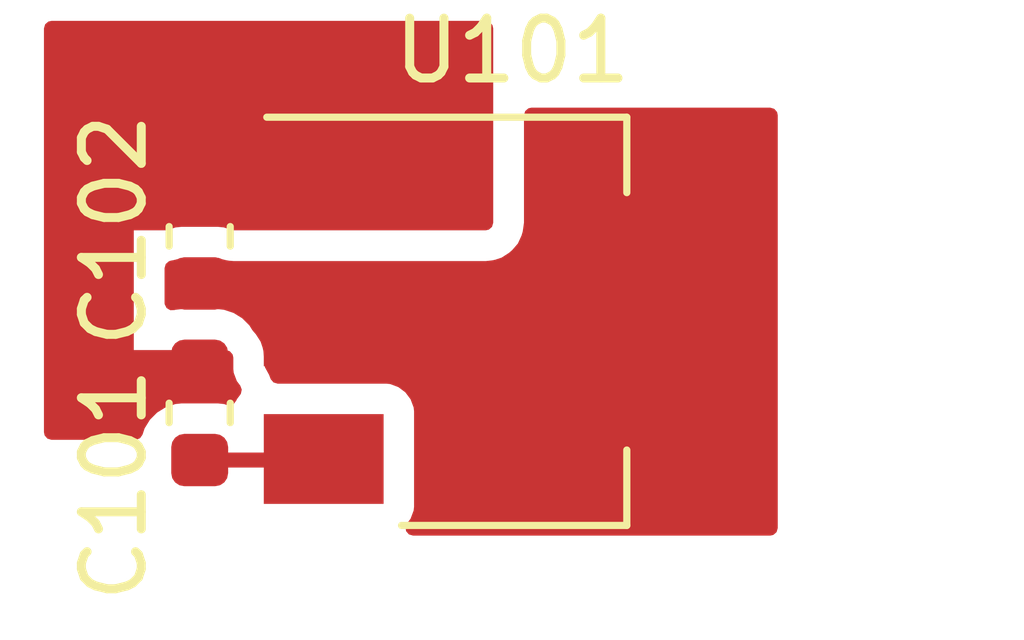
<source format=kicad_pcb>
(kicad_pcb (version 20211014) (generator pcbnew)
  (layers (0 "F.Cu" signal) (31 "B.Cu" signal) (34 "B.Paste" user) (35 "F.Paste" user) (36 "B.SilkS" user "B.Silkscreen") (37 "F.SilkS" user "F.Silkscreen") (38 "B.Mask" user) (39 "F.Mask" user) (44 "Edge.Cuts" user))
  (net 0 "")
  (net 1 "/GND")
  (net 2 "/VIN")
  (net 3 "/VOUT")
  (footprint "Capacitor_SMD:C_0603_1608Metric" (layer "F.Cu") (at 137.6 95.05 90)
    (fp_text reference "C101" (at -1.2 -1.43 90) (layer "F.SilkS"))
    (fp_text value "1uF")
    (fp_line (start -0.162779 -0.51) (end 0.162779 -0.51) (layer "F.SilkS") (width 0.12))
    (fp_line (start -0.162779 0.51) (end 0.162779 0.51) (layer "F.SilkS") (width 0.12))
    (pad "1" smd roundrect locked (at -0.7875 0 90) (size 0.875 0.95) (layers "F.Cu" "F.Paste" "F.Mask") (net 2 "/VIN"))
    (pad "2" smd roundrect locked (at 0.7875 0 90) (size 0.875 0.95) (layers "F.Cu" "F.Paste" "F.Mask") (net 1 "/GND"))
  )
  (footprint "Capacitor_SMD:C_0603_1608Metric" (layer "F.Cu") (at 137.6 92.1 90)
    (fp_text reference "C102" (at 0.1 -1.43 90) (layer "F.SilkS"))
    (fp_text value "1uF")
    (fp_line (start -0.162779 0.51) (end 0.162779 0.51) (layer "F.SilkS") (width 0.12))
    (fp_line (start -0.162779 -0.51) (end 0.162779 -0.51) (layer "F.SilkS") (width 0.12))
    (pad "1" smd roundrect locked (at -0.7875 0 90) (size 0.875 0.95) (layers "F.Cu" "F.Paste" "F.Mask") (net 3 "/VOUT"))
    (pad "2" smd roundrect locked (at 0.7875 0 90) (size 0.875 0.95) (layers "F.Cu" "F.Paste" "F.Mask") (net 1 "/GND"))
  )
  (footprint "Package_TO_SOT_SMD:SOT-223-3_TabPin2" (layer "F.Cu") (at 142.82 93.52)
    (fp_text reference "U101" (at 0 -4.52) (layer "F.SilkS"))
    (fp_text value "NCP1117-3.3_SOT223")
    (fp_line (start -1.85 3.41) (end 1.91 3.41) (layer "F.SilkS") (width 0.12))
    (fp_line (start 1.91 3.41) (end 1.91 2.15) (layer "F.SilkS") (width 0.12))
    (fp_line (start 1.91 -3.41) (end 1.91 -2.15) (layer "F.SilkS") (width 0.12))
    (fp_line (start -4.1 -3.41) (end 1.91 -3.41) (layer "F.SilkS") (width 0.12))
    (pad "1" smd rect locked (at -3.15 -2.3) (size 2 1.5) (layers "F.Cu" "F.Paste" "F.Mask") (net 1 "/GND"))
    (pad "2" smd rect locked (at 3.15 0) (size 2 3.8) (layers "F.Cu" "F.Paste" "F.Mask") (net 3 "/VOUT"))
    (pad "2" smd rect locked (at -3.15 0) (size 2 1.5) (layers "F.Cu" "F.Paste" "F.Mask") (net 3 "/VOUT"))
    (pad "3" smd rect locked (at -3.15 2.3) (size 2 1.5) (layers "F.Cu" "F.Paste" "F.Mask") (net 2 "/VIN"))
  )
  (segment (start 137.6 95.8375) (end 139.6525 95.8375) (width 0.25) (layer "F.Cu") (net 2))
  (segment (start 139.6525 95.8375) (end 139.67 95.82) (width 0.25) (layer "F.Cu") (net 2))
  (zone (net 1) (net_name "/GND") (layer "F.Cu") (priority 2) (connect_pads thru_hole_only (clearance 0.508)) (min_thickness 0.254) (fill yes (thermal_gap 0.508) (thermal_bridge_width 0.508))
    (polygon (pts (xy 142.5 92) (xy 136.5 92) (xy 136.5 94) (xy 138.5 94) (xy 138.5 95.5) (xy 135 95.5) (xy 135 88.5) (xy 142.5 88.5)))
  )
  (zone (net 3) (net_name "/VOUT") (layer "F.Cu") (priority 1) (connect_pads thru_hole_only (clearance 0.508)) (min_thickness 0.254) (fill yes (thermal_gap 0.508) (thermal_bridge_width 0.508))
    (polygon (pts (xy 147.25 97.1) (xy 136.8 97.1) (xy 136.8 89.95) (xy 147.25 89.95)))
  )
)
</source>
